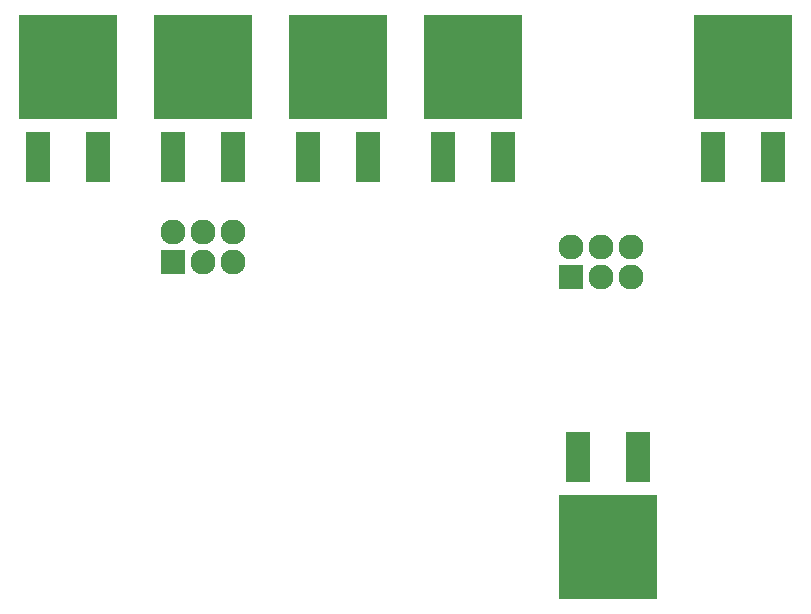
<source format=gts>
G04 #@! TF.FileFunction,Soldermask,Top*
%FSLAX46Y46*%
G04 Gerber Fmt 4.6, Leading zero omitted, Abs format (unit mm)*
G04 Created by KiCad (PCBNEW 4.0.7-e2-6376~58~ubuntu14.04.1) date Fri Nov 10 06:08:14 2017*
%MOMM*%
%LPD*%
G01*
G04 APERTURE LIST*
%ADD10C,0.100000*%
%ADD11R,2.127200X2.127200*%
%ADD12O,2.127200X2.127200*%
%ADD13R,8.270000X8.910000*%
%ADD14R,2.050000X4.210000*%
G04 APERTURE END LIST*
D10*
D11*
X154305000Y-108585000D03*
D12*
X154305000Y-106045000D03*
X156845000Y-108585000D03*
X156845000Y-106045000D03*
X159385000Y-108585000D03*
X159385000Y-106045000D03*
D11*
X187960000Y-109855000D03*
D12*
X187960000Y-107315000D03*
X190500000Y-109855000D03*
X190500000Y-107315000D03*
X193040000Y-109855000D03*
X193040000Y-107315000D03*
D13*
X168275000Y-92075000D03*
D14*
X170815000Y-99700000D03*
X165735000Y-99700000D03*
D13*
X156845000Y-92075000D03*
D14*
X159385000Y-99700000D03*
X154305000Y-99700000D03*
D13*
X145415000Y-92075000D03*
D14*
X147955000Y-99700000D03*
X142875000Y-99700000D03*
D13*
X179705000Y-92075000D03*
D14*
X182245000Y-99700000D03*
X177165000Y-99700000D03*
D13*
X191135000Y-132715000D03*
D14*
X188595000Y-125090000D03*
X193675000Y-125090000D03*
D13*
X202565000Y-92075000D03*
D14*
X205105000Y-99700000D03*
X200025000Y-99700000D03*
M02*

</source>
